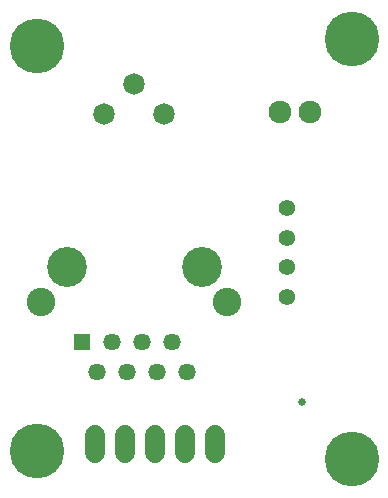
<source format=gbr>
G04 EAGLE Gerber RS-274X export*
G75*
%MOMM*%
%FSLAX34Y34*%
%LPD*%
%INSoldermask Bottom*%
%IPPOS*%
%AMOC8*
5,1,8,0,0,1.08239X$1,22.5*%
G01*
G04 Define Apertures*
%ADD10C,4.626991*%
%ADD11C,1.927000*%
%ADD12C,1.387000*%
%ADD13C,1.651000*%
%ADD14C,1.827000*%
%ADD15C,3.377000*%
%ADD16C,2.407000*%
%ADD17R,1.462000X1.462000*%
%ADD18C,1.462000*%
%ADD19C,0.652000*%
D10*
X44450Y514350D03*
X44450Y171450D03*
X311150Y165100D03*
X311150Y520700D03*
D11*
X275590Y458470D03*
X250190Y458470D03*
D12*
X256540Y377190D03*
X256540Y352190D03*
X256540Y327190D03*
X256540Y302190D03*
D13*
X195580Y185420D02*
X195580Y170180D01*
X170180Y170180D02*
X170180Y185420D01*
X144780Y185420D02*
X144780Y170180D01*
X119380Y170180D02*
X119380Y185420D01*
X93980Y185420D02*
X93980Y170180D01*
D14*
X152400Y457200D03*
X127000Y482600D03*
X101600Y457200D03*
D15*
X69850Y327660D03*
X184150Y327660D03*
D16*
X48250Y298160D03*
X205750Y298160D03*
D17*
X82550Y264160D03*
D18*
X95250Y238760D03*
X107950Y264160D03*
X120650Y238760D03*
X133350Y264160D03*
X146050Y238760D03*
X158750Y264160D03*
X171450Y238760D03*
D19*
X269240Y213360D03*
M02*

</source>
